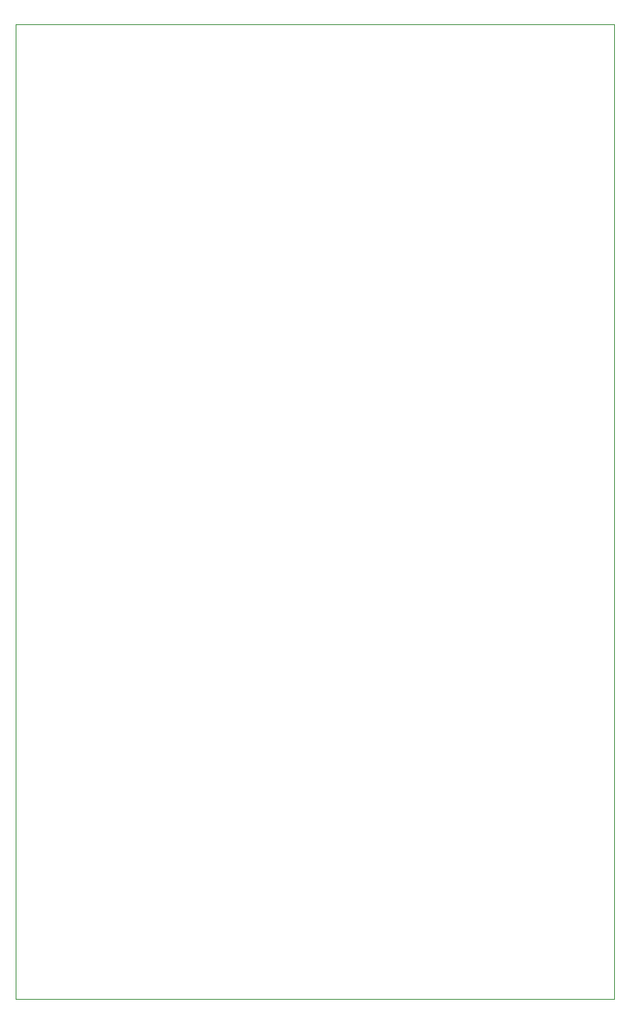
<source format=gbr>
G04 #@! TF.GenerationSoftware,KiCad,Pcbnew,5.1.5+dfsg1-2build2*
G04 #@! TF.CreationDate,2021-05-16T21:52:53+03:00*
G04 #@! TF.ProjectId,pico-mediakeeb,7069636f-2d6d-4656-9469-616b6565622e,v01*
G04 #@! TF.SameCoordinates,Original*
G04 #@! TF.FileFunction,Profile,NP*
%FSLAX46Y46*%
G04 Gerber Fmt 4.6, Leading zero omitted, Abs format (unit mm)*
G04 Created by KiCad (PCBNEW 5.1.5+dfsg1-2build2) date 2021-05-16 21:52:53*
%MOMM*%
%LPD*%
G04 APERTURE LIST*
%ADD10C,0.100000*%
G04 APERTURE END LIST*
D10*
X109220000Y-52070000D02*
X44450000Y-52070000D01*
X109220000Y-157480000D02*
X109220000Y-52070000D01*
X44450000Y-157480000D02*
X109220000Y-157480000D01*
X44450000Y-52070000D02*
X44450000Y-157480000D01*
M02*

</source>
